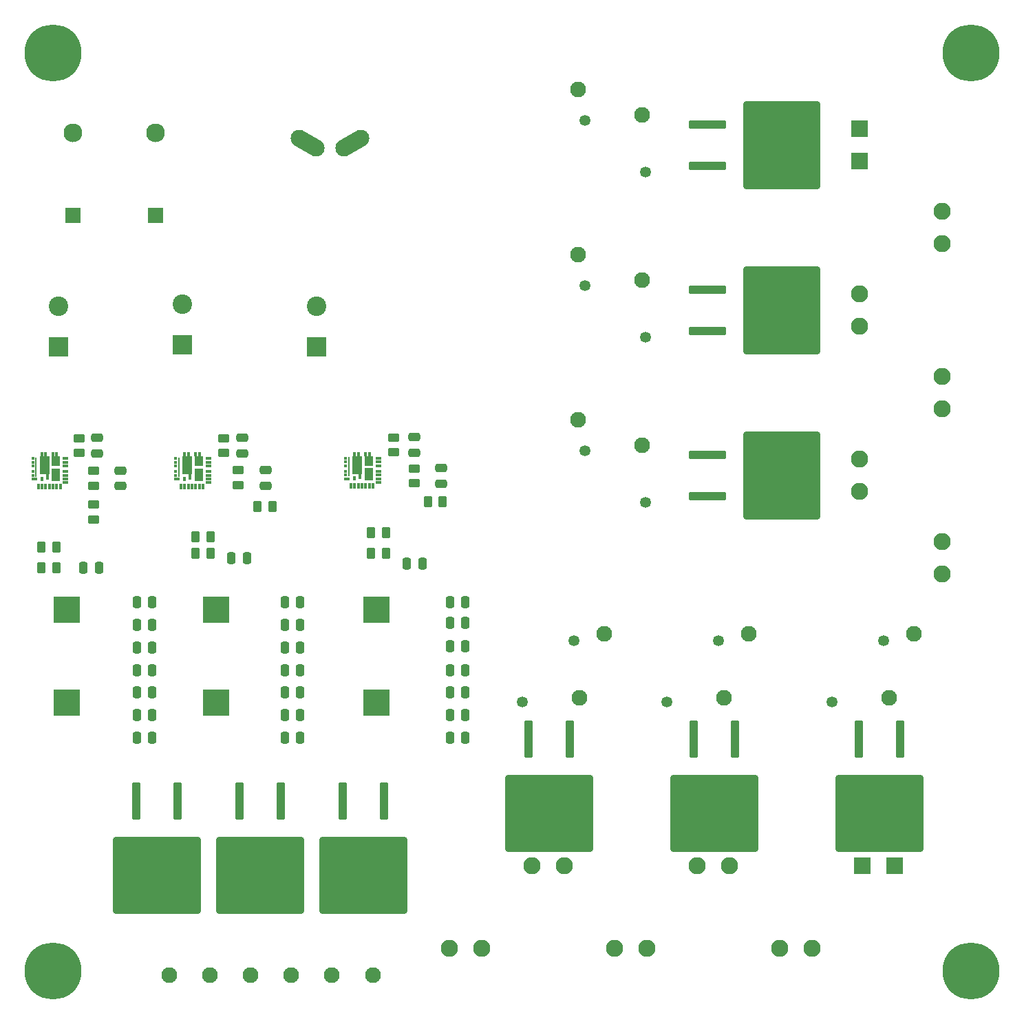
<source format=gts>
G04 #@! TF.GenerationSoftware,KiCad,Pcbnew,(7.0.0-0)*
G04 #@! TF.CreationDate,2023-12-24T21:08:26+08:00*
G04 #@! TF.ProjectId,Power Distribution Board Ver.2,506f7765-7220-4446-9973-747269627574,rev?*
G04 #@! TF.SameCoordinates,Original*
G04 #@! TF.FileFunction,Soldermask,Top*
G04 #@! TF.FilePolarity,Negative*
%FSLAX46Y46*%
G04 Gerber Fmt 4.6, Leading zero omitted, Abs format (unit mm)*
G04 Created by KiCad (PCBNEW (7.0.0-0)) date 2023-12-24 21:08:26*
%MOMM*%
%LPD*%
G01*
G04 APERTURE LIST*
G04 Aperture macros list*
%AMRoundRect*
0 Rectangle with rounded corners*
0 $1 Rounding radius*
0 $2 $3 $4 $5 $6 $7 $8 $9 X,Y pos of 4 corners*
0 Add a 4 corners polygon primitive as box body*
4,1,4,$2,$3,$4,$5,$6,$7,$8,$9,$2,$3,0*
0 Add four circle primitives for the rounded corners*
1,1,$1+$1,$2,$3*
1,1,$1+$1,$4,$5*
1,1,$1+$1,$6,$7*
1,1,$1+$1,$8,$9*
0 Add four rect primitives between the rounded corners*
20,1,$1+$1,$2,$3,$4,$5,0*
20,1,$1+$1,$4,$5,$6,$7,0*
20,1,$1+$1,$6,$7,$8,$9,0*
20,1,$1+$1,$8,$9,$2,$3,0*%
%AMHorizOval*
0 Thick line with rounded ends*
0 $1 width*
0 $2 $3 position (X,Y) of the first rounded end (center of the circle)*
0 $4 $5 position (X,Y) of the second rounded end (center of the circle)*
0 Add line between two ends*
20,1,$1,$2,$3,$4,$5,0*
0 Add two circle primitives to create the rounded ends*
1,1,$1,$2,$3*
1,1,$1,$4,$5*%
G04 Aperture macros list end*
%ADD10C,0.800000*%
%ADD11C,7.000000*%
%ADD12RoundRect,0.250000X-0.250000X-0.475000X0.250000X-0.475000X0.250000X0.475000X-0.250000X0.475000X0*%
%ADD13R,3.300000X3.175000*%
%ADD14RoundRect,0.250000X-2.050000X-0.300000X2.050000X-0.300000X2.050000X0.300000X-2.050000X0.300000X0*%
%ADD15RoundRect,0.250002X-4.449998X-5.149998X4.449998X-5.149998X4.449998X5.149998X-4.449998X5.149998X0*%
%ADD16C,1.950000*%
%ADD17C,1.350000*%
%ADD18R,0.300000X0.550000*%
%ADD19R,0.450000X0.300000*%
%ADD20R,0.280000X2.350000*%
%ADD21R,0.730000X0.300000*%
%ADD22R,0.300000X0.725000*%
%ADD23R,0.725000X0.300000*%
%ADD24R,1.050000X1.575000*%
%ADD25R,1.050000X1.150000*%
%ADD26R,1.200000X2.175000*%
%ADD27R,0.455000X0.650000*%
%ADD28R,0.380000X0.580000*%
%ADD29RoundRect,0.250000X-0.450000X0.262500X-0.450000X-0.262500X0.450000X-0.262500X0.450000X0.262500X0*%
%ADD30RoundRect,0.250000X-0.475000X0.250000X-0.475000X-0.250000X0.475000X-0.250000X0.475000X0.250000X0*%
%ADD31HorizOval,2.100000X1.039230X-0.600000X-1.039230X0.600000X0*%
%ADD32HorizOval,2.100000X1.039230X0.600000X-1.039230X-0.600000X0*%
%ADD33RoundRect,0.250000X-0.262500X-0.450000X0.262500X-0.450000X0.262500X0.450000X-0.262500X0.450000X0*%
%ADD34RoundRect,0.250000X0.450000X-0.262500X0.450000X0.262500X-0.450000X0.262500X-0.450000X-0.262500X0*%
%ADD35RoundRect,0.250000X-0.300000X2.050000X-0.300000X-2.050000X0.300000X-2.050000X0.300000X2.050000X0*%
%ADD36RoundRect,0.250002X-5.149998X4.449998X-5.149998X-4.449998X5.149998X-4.449998X5.149998X4.449998X0*%
%ADD37RoundRect,0.250000X0.475000X-0.250000X0.475000X0.250000X-0.475000X0.250000X-0.475000X-0.250000X0*%
%ADD38R,2.400000X2.400000*%
%ADD39C,2.400000*%
%ADD40R,2.124000X2.124000*%
%ADD41C,2.124000*%
%ADD42R,1.950000X1.950000*%
%ADD43C,2.300000*%
G04 APERTURE END LIST*
D10*
X137375000Y-27000000D03*
X138143845Y-25143845D03*
X138143845Y-28856155D03*
X140000000Y-24375000D03*
D11*
X140000000Y-27000000D03*
D10*
X140000000Y-29625000D03*
X141856155Y-25143845D03*
X141856155Y-28856155D03*
X142625000Y-27000000D03*
D12*
X48958845Y-89215000D03*
X50858845Y-89215000D03*
D13*
X47119999Y-95564999D03*
X47119999Y-106994999D03*
D14*
X107563845Y-56130000D03*
D15*
X116713845Y-58670000D03*
D14*
X107563845Y-61210000D03*
D16*
X94863845Y-98500000D03*
D17*
X91113845Y-99350000D03*
X84763845Y-106850000D03*
D16*
X91763845Y-106350000D03*
D12*
X55513845Y-105716920D03*
X57413845Y-105716920D03*
D18*
X45013844Y-76394999D03*
X44563844Y-76394999D03*
X43663844Y-76394999D03*
X43213844Y-76394999D03*
D19*
X42113844Y-76944999D03*
X42113844Y-77394999D03*
X42113844Y-77844999D03*
X42113844Y-78544999D03*
X42113844Y-78994999D03*
D20*
X42478844Y-77969999D03*
D21*
X42253844Y-79444999D03*
D22*
X42763844Y-80357499D03*
X43213844Y-80357499D03*
X43663844Y-80357499D03*
X44113844Y-80357499D03*
X44563844Y-80357499D03*
X45013844Y-80357499D03*
X45463844Y-80357499D03*
D23*
X46126344Y-79894999D03*
X46126344Y-79444999D03*
X46126344Y-78994999D03*
X46126344Y-78544999D03*
X46126344Y-77844999D03*
X46126344Y-77394999D03*
X46126344Y-76944999D03*
D24*
X44938844Y-78907499D03*
D25*
X44938844Y-77244999D03*
D26*
X43513844Y-77757499D03*
D27*
X43886344Y-79169999D03*
D28*
X43198844Y-79404999D03*
D29*
X49773845Y-78377500D03*
X49773845Y-80202500D03*
D30*
X74800845Y-78105000D03*
X74800845Y-80005000D03*
D29*
X32033845Y-82597500D03*
X32033845Y-84422500D03*
D12*
X75833845Y-105716920D03*
X77733845Y-105716920D03*
D31*
X58349999Y-38122999D03*
D32*
X63849999Y-38122999D03*
D33*
X25601345Y-87790000D03*
X27426345Y-87790000D03*
D34*
X48003845Y-76232500D03*
X48003845Y-74407500D03*
D13*
X28703844Y-95564999D03*
X28703844Y-106994999D03*
D12*
X55513845Y-94640000D03*
X57413845Y-94640000D03*
X37333845Y-97409230D03*
X39233845Y-97409230D03*
D29*
X71498845Y-78142500D03*
X71498845Y-79967500D03*
D34*
X30233845Y-76232500D03*
X30233845Y-74407500D03*
D12*
X75833845Y-94640000D03*
X77733845Y-94640000D03*
D35*
X110933845Y-111450000D03*
D36*
X108393845Y-120600000D03*
D35*
X105853845Y-111450000D03*
D16*
X91603845Y-31560000D03*
D17*
X92453845Y-35310000D03*
X99953845Y-41660000D03*
D16*
X99453845Y-34660000D03*
D12*
X70548845Y-89850000D03*
X72448845Y-89850000D03*
D14*
X107563845Y-35810000D03*
D15*
X116713845Y-38350000D03*
D14*
X107563845Y-40890000D03*
D35*
X55053845Y-119070000D03*
D36*
X52513845Y-128220000D03*
D35*
X49973845Y-119070000D03*
D10*
X24375000Y-27000000D03*
X25143845Y-25143845D03*
X25143845Y-28856155D03*
X27000000Y-24375000D03*
D11*
X27000000Y-27000000D03*
D10*
X27000000Y-29625000D03*
X28856155Y-25143845D03*
X28856155Y-28856155D03*
X29625000Y-27000000D03*
D30*
X53210845Y-78359000D03*
X53210845Y-80259000D03*
D16*
X91603845Y-72200000D03*
D17*
X92453845Y-75950000D03*
X99953845Y-82300000D03*
D16*
X99453845Y-75300000D03*
D12*
X55513845Y-108486150D03*
X57413845Y-108486150D03*
X30783845Y-90330000D03*
X32683845Y-90330000D03*
D33*
X73126345Y-82230000D03*
X74951345Y-82230000D03*
X66141345Y-88580000D03*
X67966345Y-88580000D03*
D12*
X75833845Y-108486150D03*
X77733845Y-108486150D03*
D35*
X90613845Y-111450000D03*
D36*
X88073845Y-120600000D03*
D35*
X85533845Y-111450000D03*
D12*
X75833845Y-100000000D03*
X77733845Y-100000000D03*
X55513845Y-111255380D03*
X57413845Y-111255380D03*
X37333845Y-111255380D03*
X39233845Y-111255380D03*
D35*
X131253845Y-111450000D03*
D36*
X128713845Y-120600000D03*
D35*
X126173845Y-111450000D03*
D12*
X55513845Y-102947690D03*
X57413845Y-102947690D03*
X75833845Y-111255380D03*
X77733845Y-111255380D03*
D13*
X66803844Y-95544999D03*
X66803844Y-106974999D03*
D16*
X91603845Y-51880000D03*
D17*
X92453845Y-55630000D03*
X99953845Y-61980000D03*
D16*
X99453845Y-54980000D03*
D35*
X42353845Y-119070000D03*
D36*
X39813845Y-128220000D03*
D35*
X37273845Y-119070000D03*
D30*
X35303845Y-78412500D03*
X35303845Y-80312500D03*
D12*
X37333845Y-100178460D03*
X39233845Y-100178460D03*
X55513845Y-97409230D03*
X57413845Y-97409230D03*
D34*
X68958845Y-76157500D03*
X68958845Y-74332500D03*
D37*
X71498845Y-76195000D03*
X71498845Y-74295000D03*
D12*
X37333845Y-108486150D03*
X39233845Y-108486150D03*
D10*
X24375000Y-140000000D03*
X25143845Y-138143845D03*
X25143845Y-141856155D03*
X27000000Y-137375000D03*
D11*
X27000000Y-140000000D03*
D10*
X27000000Y-142625000D03*
X28856155Y-138143845D03*
X28856155Y-141856155D03*
X29625000Y-140000000D03*
D16*
X132963845Y-98500000D03*
D17*
X129213845Y-99350000D03*
X122863845Y-106850000D03*
D16*
X129863845Y-106350000D03*
D33*
X25601345Y-90330000D03*
X27426345Y-90330000D03*
D12*
X37333845Y-105716920D03*
X39233845Y-105716920D03*
D33*
X52171345Y-82865000D03*
X53996345Y-82865000D03*
D14*
X107563845Y-76450000D03*
D15*
X116713845Y-78990000D03*
D14*
X107563845Y-81530000D03*
D12*
X55513845Y-100178460D03*
X57413845Y-100178460D03*
D18*
X65941344Y-76362499D03*
X65491344Y-76362499D03*
X64591344Y-76362499D03*
X64141344Y-76362499D03*
D19*
X63041344Y-76912499D03*
X63041344Y-77362499D03*
X63041344Y-77812499D03*
X63041344Y-78512499D03*
X63041344Y-78962499D03*
D20*
X63406344Y-77937499D03*
D21*
X63181344Y-79412499D03*
D22*
X63691344Y-80324999D03*
X64141344Y-80324999D03*
X64591344Y-80324999D03*
X65041344Y-80324999D03*
X65491344Y-80324999D03*
X65941344Y-80324999D03*
X66391344Y-80324999D03*
D23*
X67053844Y-79862499D03*
X67053844Y-79412499D03*
X67053844Y-78962499D03*
X67053844Y-78512499D03*
X67053844Y-77812499D03*
X67053844Y-77362499D03*
X67053844Y-76912499D03*
D24*
X65866344Y-78874999D03*
D25*
X65866344Y-77212499D03*
D26*
X64441344Y-77724999D03*
D27*
X64813844Y-79137499D03*
D28*
X64126344Y-79372499D03*
D35*
X67753845Y-119070000D03*
D36*
X65213845Y-128220000D03*
D35*
X62673845Y-119070000D03*
D33*
X66141345Y-86040000D03*
X67966345Y-86040000D03*
D29*
X32033845Y-78430000D03*
X32033845Y-80255000D03*
D12*
X37333845Y-94640000D03*
X39233845Y-94640000D03*
D37*
X50343845Y-76290000D03*
X50343845Y-74390000D03*
D16*
X112643845Y-98500000D03*
D17*
X108893845Y-99350000D03*
X102543845Y-106850000D03*
D16*
X109543845Y-106350000D03*
D18*
X27468844Y-76394999D03*
X27018844Y-76394999D03*
X26118844Y-76394999D03*
X25668844Y-76394999D03*
D19*
X24568844Y-76944999D03*
X24568844Y-77394999D03*
X24568844Y-77844999D03*
X24568844Y-78544999D03*
X24568844Y-78994999D03*
D20*
X24933844Y-77969999D03*
D21*
X24708844Y-79444999D03*
D22*
X25218844Y-80357499D03*
X25668844Y-80357499D03*
X26118844Y-80357499D03*
X26568844Y-80357499D03*
X27018844Y-80357499D03*
X27468844Y-80357499D03*
X27918844Y-80357499D03*
D23*
X28581344Y-79894999D03*
X28581344Y-79444999D03*
X28581344Y-78994999D03*
X28581344Y-78544999D03*
X28581344Y-77844999D03*
X28581344Y-77394999D03*
X28581344Y-76944999D03*
D24*
X27393844Y-78907499D03*
D25*
X27393844Y-77244999D03*
D26*
X25968844Y-77757499D03*
D27*
X26341344Y-79169999D03*
D28*
X25653844Y-79404999D03*
D33*
X44551345Y-88580000D03*
X46376345Y-88580000D03*
D12*
X75833845Y-102947690D03*
X77733845Y-102947690D03*
X75833845Y-97180000D03*
X77733845Y-97180000D03*
X37333845Y-102947690D03*
X39233845Y-102947690D03*
D33*
X44551345Y-86548000D03*
X46376345Y-86548000D03*
D37*
X32453845Y-76290000D03*
X32453845Y-74390000D03*
D10*
X137375000Y-140000000D03*
X138143845Y-138143845D03*
X138143845Y-141856155D03*
X140000000Y-137375000D03*
D11*
X140000000Y-140000000D03*
D10*
X140000000Y-142625000D03*
X141856155Y-138143845D03*
X141856155Y-141856155D03*
X142625000Y-140000000D03*
D38*
X59433844Y-63179999D03*
D39*
X59433845Y-58180000D03*
D40*
X126237999Y-36321999D03*
X126237999Y-40341999D03*
D41*
X136398000Y-46482000D03*
X136398000Y-50502000D03*
X126238000Y-56642000D03*
X126238000Y-60662000D03*
X136398000Y-66802000D03*
X136398000Y-70822000D03*
X126238000Y-76962000D03*
X126238000Y-80982000D03*
X136398000Y-87122000D03*
X136398000Y-91142000D03*
D38*
X42923844Y-62963958D03*
D39*
X42923845Y-57963959D03*
D38*
X27683844Y-63179999D03*
D39*
X27683845Y-58180000D03*
D42*
X29489999Y-46999999D03*
X39649999Y-46999999D03*
D43*
X29490000Y-36840000D03*
X39650000Y-36840000D03*
D40*
X130573844Y-126999999D03*
X126553844Y-126999999D03*
D41*
X120413845Y-137160000D03*
X116393845Y-137160000D03*
X110253845Y-127000000D03*
X106233845Y-127000000D03*
X100093845Y-137160000D03*
X96073845Y-137160000D03*
X89933845Y-127000000D03*
X85913845Y-127000000D03*
X79773845Y-137160000D03*
X75753845Y-137160000D03*
D16*
X41348000Y-140462000D03*
X46348000Y-140462000D03*
X51348000Y-140462000D03*
X56348000Y-140462000D03*
X61348000Y-140462000D03*
X66348000Y-140462000D03*
M02*

</source>
